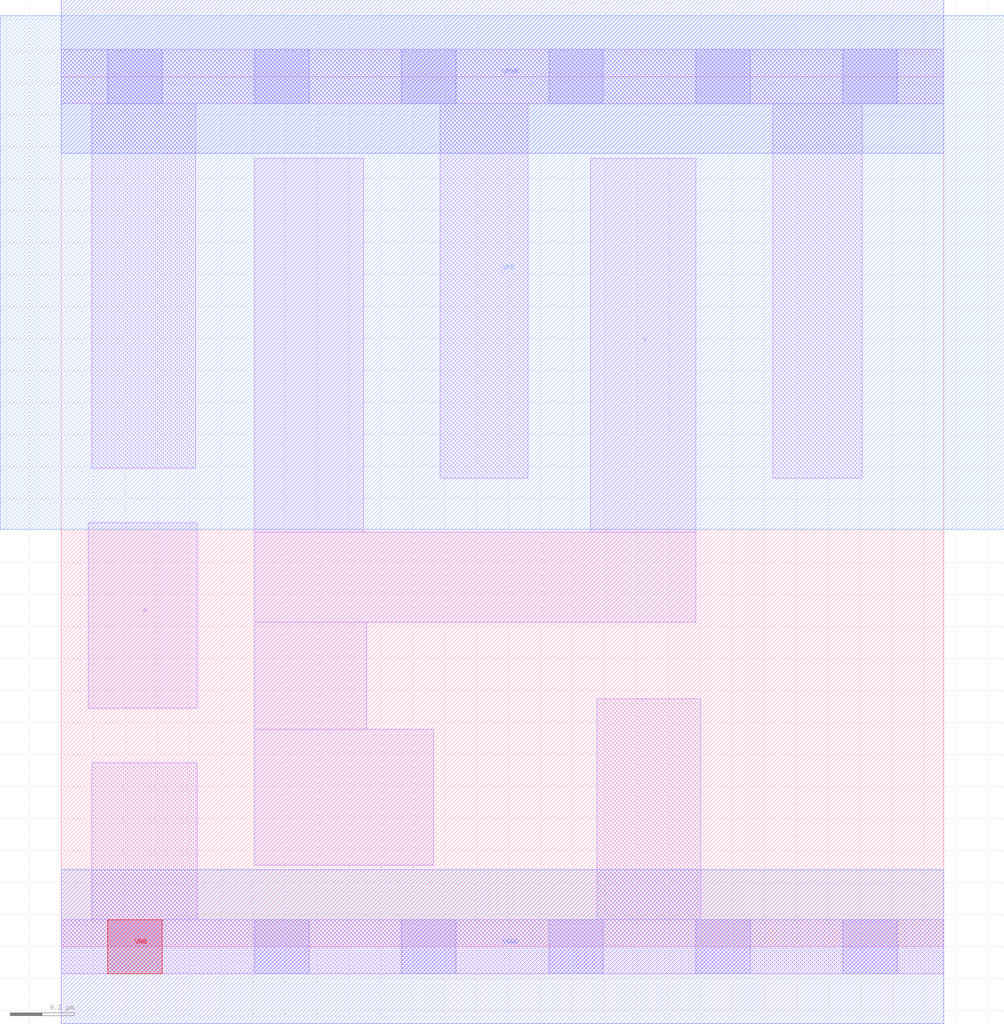
<source format=lef>
# Copyright 2020 The SkyWater PDK Authors
#
# Licensed under the Apache License, Version 2.0 (the "License");
# you may not use this file except in compliance with the License.
# You may obtain a copy of the License at
#
#     https://www.apache.org/licenses/LICENSE-2.0
#
# Unless required by applicable law or agreed to in writing, software
# distributed under the License is distributed on an "AS IS" BASIS,
# WITHOUT WARRANTIES OR CONDITIONS OF ANY KIND, either express or implied.
# See the License for the specific language governing permissions and
# limitations under the License.
#
# SPDX-License-Identifier: Apache-2.0

VERSION 5.7 ;
  NOWIREEXTENSIONATPIN ON ;
  DIVIDERCHAR "/" ;
  BUSBITCHARS "[]" ;
PROPERTYDEFINITIONS
  MACRO maskLayoutSubType STRING ;
  MACRO prCellType STRING ;
  MACRO originalViewName STRING ;
END PROPERTYDEFINITIONS
MACRO sky130_fd_sc_hdll__clkinvlp_4
  CLASS CORE ;
  FOREIGN sky130_fd_sc_hdll__clkinvlp_4 ;
  ORIGIN  0.000000  0.000000 ;
  SIZE  2.760000 BY  2.720000 ;
  SYMMETRY X Y R90 ;
  SITE unithd ;
  PIN A
    ANTENNAGATEAREA  1.330000 ;
    DIRECTION INPUT ;
    USE SIGNAL ;
    PORT
      LAYER li1 ;
        RECT 0.085000 0.745000 0.425000 1.325000 ;
    END
  END A
  PIN VGND
    ANTENNADIFFAREA  0.288750 ;
    DIRECTION INOUT ;
    USE SIGNAL ;
    PORT
      LAYER met1 ;
        RECT 0.000000 -0.240000 2.760000 0.240000 ;
    END
  END VGND
  PIN VNB
    PORT
      LAYER pwell ;
        RECT 0.145000 -0.085000 0.315000 0.085000 ;
    END
  END VNB
  PIN VPB
    PORT
      LAYER nwell ;
        RECT -0.190000 1.305000 2.950000 2.910000 ;
    END
  END VPB
  PIN VPWR
    ANTENNADIFFAREA  0.790000 ;
    DIRECTION INOUT ;
    USE SIGNAL ;
    PORT
      LAYER met1 ;
        RECT 0.000000 2.480000 2.760000 2.960000 ;
    END
  END VPWR
  PIN Y
    ANTENNADIFFAREA  0.694000 ;
    DIRECTION OUTPUT ;
    USE SIGNAL ;
    PORT
      LAYER li1 ;
        RECT 0.605000 0.255000 1.165000 0.680000 ;
        RECT 0.605000 0.680000 0.955000 1.015000 ;
        RECT 0.605000 1.015000 1.985000 1.295000 ;
        RECT 0.605000 1.295000 0.945000 2.465000 ;
        RECT 1.655000 1.295000 1.985000 2.465000 ;
    END
  END Y
  OBS
    LAYER li1 ;
      RECT 0.000000 -0.085000 2.760000 0.085000 ;
      RECT 0.000000  2.635000 2.760000 2.805000 ;
      RECT 0.095000  0.085000 0.425000 0.575000 ;
      RECT 0.095000  1.495000 0.420000 2.635000 ;
      RECT 1.185000  1.465000 1.460000 2.635000 ;
      RECT 1.675000  0.085000 2.000000 0.775000 ;
      RECT 2.225000  1.465000 2.505000 2.635000 ;
    LAYER mcon ;
      RECT 0.145000 -0.085000 0.315000 0.085000 ;
      RECT 0.145000  2.635000 0.315000 2.805000 ;
      RECT 0.605000 -0.085000 0.775000 0.085000 ;
      RECT 0.605000  2.635000 0.775000 2.805000 ;
      RECT 1.065000 -0.085000 1.235000 0.085000 ;
      RECT 1.065000  2.635000 1.235000 2.805000 ;
      RECT 1.525000 -0.085000 1.695000 0.085000 ;
      RECT 1.525000  2.635000 1.695000 2.805000 ;
      RECT 1.985000 -0.085000 2.155000 0.085000 ;
      RECT 1.985000  2.635000 2.155000 2.805000 ;
      RECT 2.445000 -0.085000 2.615000 0.085000 ;
      RECT 2.445000  2.635000 2.615000 2.805000 ;
  END
  PROPERTY maskLayoutSubType "abstract" ;
  PROPERTY prCellType "standard" ;
  PROPERTY originalViewName "layout" ;
END sky130_fd_sc_hdll__clkinvlp_4
END LIBRARY

</source>
